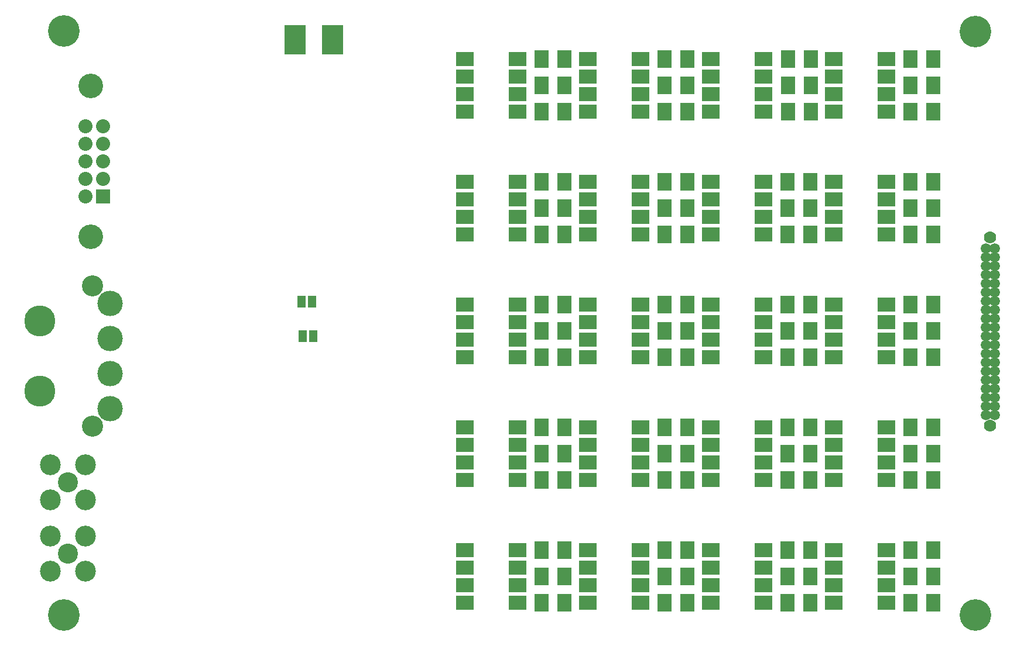
<source format=gbs>
G04 (created by PCBNEW (2013-07-07 BZR 4022)-stable) date 28/01/2014 3:52:00 PM*
%MOIN*%
G04 Gerber Fmt 3.4, Leading zero omitted, Abs format*
%FSLAX34Y34*%
G01*
G70*
G90*
G04 APERTURE LIST*
%ADD10C,0.00590551*%
%ADD11C,0.18*%
%ADD12R,0.08X0.1*%
%ADD13R,0.045X0.065*%
%ADD14R,0.1X0.08*%
%ADD15R,0.1204X0.1676*%
%ADD16C,0.14*%
%ADD17R,0.08X0.08*%
%ADD18C,0.08*%
%ADD19C,0.07*%
%ADD20C,0.0594*%
%ADD21C,0.12*%
%ADD22C,0.1771*%
%ADD23C,0.145*%
%ADD24C,0.114488*%
%ADD25C,0.118425*%
G04 APERTURE END LIST*
G54D10*
G54D11*
X61750Y-8800D03*
X61750Y-42050D03*
X9850Y-42050D03*
G54D12*
X45350Y-39850D03*
X44050Y-39850D03*
X58050Y-10350D03*
X59350Y-10350D03*
X59350Y-11850D03*
X58050Y-11850D03*
X38350Y-13350D03*
X37050Y-13350D03*
X52350Y-20350D03*
X51050Y-20350D03*
X37050Y-17350D03*
X38350Y-17350D03*
X44050Y-17350D03*
X45350Y-17350D03*
X59350Y-20350D03*
X58050Y-20350D03*
X37050Y-24350D03*
X38350Y-24350D03*
X51050Y-24350D03*
X52350Y-24350D03*
X44050Y-24350D03*
X45350Y-24350D03*
X38350Y-25850D03*
X37050Y-25850D03*
X37050Y-10350D03*
X38350Y-10350D03*
X51100Y-10350D03*
X52400Y-10350D03*
X44050Y-10350D03*
X45350Y-10350D03*
X38350Y-11850D03*
X37050Y-11850D03*
X59350Y-18850D03*
X58050Y-18850D03*
X52400Y-13350D03*
X51100Y-13350D03*
X45350Y-13350D03*
X44050Y-13350D03*
X58050Y-17350D03*
X59350Y-17350D03*
X59350Y-13350D03*
X58050Y-13350D03*
X58050Y-38350D03*
X59350Y-38350D03*
X59350Y-39850D03*
X58050Y-39850D03*
X44050Y-38350D03*
X45350Y-38350D03*
X38350Y-41350D03*
X37050Y-41350D03*
X59350Y-41350D03*
X58050Y-41350D03*
X45350Y-41350D03*
X44050Y-41350D03*
X38350Y-39850D03*
X37050Y-39850D03*
X37050Y-38350D03*
X38350Y-38350D03*
X59350Y-34350D03*
X58050Y-34350D03*
X37050Y-31350D03*
X38350Y-31350D03*
X59350Y-32850D03*
X58050Y-32850D03*
X44050Y-31350D03*
X45350Y-31350D03*
X45350Y-34350D03*
X44050Y-34350D03*
X52350Y-34350D03*
X51050Y-34350D03*
X38350Y-34350D03*
X37050Y-34350D03*
X52350Y-41350D03*
X51050Y-41350D03*
X52350Y-27350D03*
X51050Y-27350D03*
X45350Y-27350D03*
X44050Y-27350D03*
X59350Y-27350D03*
X58050Y-27350D03*
X45350Y-20350D03*
X44050Y-20350D03*
X51050Y-17350D03*
X52350Y-17350D03*
X38350Y-18850D03*
X37050Y-18850D03*
X38350Y-20350D03*
X37050Y-20350D03*
X59350Y-25850D03*
X58050Y-25850D03*
X58050Y-24350D03*
X59350Y-24350D03*
X38350Y-27350D03*
X37050Y-27350D03*
X51050Y-31350D03*
X52350Y-31350D03*
X58050Y-31350D03*
X59350Y-31350D03*
X38350Y-32850D03*
X37050Y-32850D03*
X51050Y-38350D03*
X52350Y-38350D03*
X45350Y-25850D03*
X44050Y-25850D03*
X52350Y-25850D03*
X51050Y-25850D03*
X52350Y-18850D03*
X51050Y-18850D03*
X45350Y-18850D03*
X44050Y-18850D03*
X45350Y-11850D03*
X44050Y-11850D03*
X52400Y-11850D03*
X51100Y-11850D03*
X52350Y-39850D03*
X51050Y-39850D03*
X45350Y-32850D03*
X44050Y-32850D03*
X52350Y-32850D03*
X51050Y-32850D03*
G54D13*
X24055Y-26155D03*
X23455Y-26155D03*
X23405Y-24205D03*
X24005Y-24205D03*
G54D14*
X42700Y-24350D03*
X42700Y-25350D03*
X42700Y-26350D03*
X42700Y-27350D03*
X39700Y-27350D03*
X39700Y-26350D03*
X39700Y-25350D03*
X39700Y-24350D03*
X49700Y-10350D03*
X49700Y-11350D03*
X49700Y-12350D03*
X49700Y-13350D03*
X46700Y-13350D03*
X46700Y-12350D03*
X46700Y-11350D03*
X46700Y-10350D03*
X35700Y-38350D03*
X35700Y-39350D03*
X35700Y-40350D03*
X35700Y-41350D03*
X32700Y-41350D03*
X32700Y-40350D03*
X32700Y-39350D03*
X32700Y-38350D03*
X49700Y-24350D03*
X49700Y-25350D03*
X49700Y-26350D03*
X49700Y-27350D03*
X46700Y-27350D03*
X46700Y-26350D03*
X46700Y-25350D03*
X46700Y-24350D03*
X49700Y-38350D03*
X49700Y-39350D03*
X49700Y-40350D03*
X49700Y-41350D03*
X46700Y-41350D03*
X46700Y-40350D03*
X46700Y-39350D03*
X46700Y-38350D03*
X42700Y-17350D03*
X42700Y-18350D03*
X42700Y-19350D03*
X42700Y-20350D03*
X39700Y-20350D03*
X39700Y-19350D03*
X39700Y-18350D03*
X39700Y-17350D03*
X49700Y-17350D03*
X49700Y-18350D03*
X49700Y-19350D03*
X49700Y-20350D03*
X46700Y-20350D03*
X46700Y-19350D03*
X46700Y-18350D03*
X46700Y-17350D03*
X42700Y-10350D03*
X42700Y-11350D03*
X42700Y-12350D03*
X42700Y-13350D03*
X39700Y-13350D03*
X39700Y-12350D03*
X39700Y-11350D03*
X39700Y-10350D03*
X35700Y-10350D03*
X35700Y-11350D03*
X35700Y-12350D03*
X35700Y-13350D03*
X32700Y-13350D03*
X32700Y-12350D03*
X32700Y-11350D03*
X32700Y-10350D03*
X56700Y-38350D03*
X56700Y-39350D03*
X56700Y-40350D03*
X56700Y-41350D03*
X53700Y-41350D03*
X53700Y-40350D03*
X53700Y-39350D03*
X53700Y-38350D03*
X35700Y-17350D03*
X35700Y-18350D03*
X35700Y-19350D03*
X35700Y-20350D03*
X32700Y-20350D03*
X32700Y-19350D03*
X32700Y-18350D03*
X32700Y-17350D03*
X56700Y-10350D03*
X56700Y-11350D03*
X56700Y-12350D03*
X56700Y-13350D03*
X53700Y-13350D03*
X53700Y-12350D03*
X53700Y-11350D03*
X53700Y-10350D03*
X56700Y-31350D03*
X56700Y-32350D03*
X56700Y-33350D03*
X56700Y-34350D03*
X53700Y-34350D03*
X53700Y-33350D03*
X53700Y-32350D03*
X53700Y-31350D03*
X35700Y-24350D03*
X35700Y-25350D03*
X35700Y-26350D03*
X35700Y-27350D03*
X32700Y-27350D03*
X32700Y-26350D03*
X32700Y-25350D03*
X32700Y-24350D03*
X42700Y-31350D03*
X42700Y-32350D03*
X42700Y-33350D03*
X42700Y-34350D03*
X39700Y-34350D03*
X39700Y-33350D03*
X39700Y-32350D03*
X39700Y-31350D03*
X56700Y-24350D03*
X56700Y-25350D03*
X56700Y-26350D03*
X56700Y-27350D03*
X53700Y-27350D03*
X53700Y-26350D03*
X53700Y-25350D03*
X53700Y-24350D03*
X42700Y-38350D03*
X42700Y-39350D03*
X42700Y-40350D03*
X42700Y-41350D03*
X39700Y-41350D03*
X39700Y-40350D03*
X39700Y-39350D03*
X39700Y-38350D03*
X35700Y-31350D03*
X35700Y-32350D03*
X35700Y-33350D03*
X35700Y-34350D03*
X32700Y-34350D03*
X32700Y-33350D03*
X32700Y-32350D03*
X32700Y-31350D03*
X56700Y-17350D03*
X56700Y-18350D03*
X56700Y-19350D03*
X56700Y-20350D03*
X53700Y-20350D03*
X53700Y-19350D03*
X53700Y-18350D03*
X53700Y-17350D03*
X49700Y-31350D03*
X49700Y-32350D03*
X49700Y-33350D03*
X49700Y-34350D03*
X46700Y-34350D03*
X46700Y-33350D03*
X46700Y-32350D03*
X46700Y-31350D03*
G54D15*
X23042Y-9255D03*
X25168Y-9255D03*
G54D16*
X11400Y-11900D03*
X11400Y-20500D03*
G54D17*
X12100Y-18200D03*
G54D18*
X11100Y-18200D03*
X12100Y-17200D03*
X11100Y-17200D03*
X12100Y-16200D03*
X11100Y-16200D03*
X12100Y-15200D03*
X11100Y-15200D03*
X12100Y-14200D03*
X11100Y-14200D03*
G54D19*
X62600Y-20525D03*
X62600Y-31275D03*
G54D20*
X62350Y-21650D03*
X62350Y-21150D03*
X62850Y-21150D03*
X62850Y-21650D03*
X62850Y-23150D03*
X62850Y-23650D03*
X62850Y-22650D03*
X62850Y-22150D03*
X62350Y-22150D03*
X62350Y-22650D03*
X62350Y-23650D03*
X62350Y-23150D03*
X62850Y-28650D03*
X62850Y-29150D03*
X62850Y-30150D03*
X62850Y-29650D03*
X62350Y-29650D03*
X62350Y-30150D03*
X62350Y-29150D03*
X62350Y-28650D03*
X62350Y-30650D03*
X62850Y-30650D03*
X62850Y-28150D03*
X62350Y-28150D03*
X62350Y-25150D03*
X62350Y-25650D03*
X62350Y-24650D03*
X62350Y-24150D03*
X62350Y-26150D03*
X62350Y-26650D03*
X62350Y-27650D03*
X62350Y-27150D03*
X62850Y-27150D03*
X62850Y-27650D03*
X62850Y-26650D03*
X62850Y-26150D03*
X62850Y-24150D03*
X62850Y-24650D03*
X62850Y-25650D03*
X62850Y-25150D03*
G54D21*
X11500Y-23300D03*
X11500Y-31300D03*
G54D22*
X8500Y-25300D03*
G54D23*
X12500Y-28300D03*
X12500Y-26300D03*
X12500Y-30300D03*
X12500Y-24300D03*
G54D22*
X8500Y-29300D03*
G54D24*
X10100Y-34500D03*
G54D25*
X9100Y-35500D03*
X9100Y-33500D03*
X11100Y-33500D03*
X11100Y-35500D03*
G54D24*
X10100Y-38550D03*
G54D25*
X9100Y-39550D03*
X9100Y-37550D03*
X11100Y-37550D03*
X11100Y-39550D03*
G54D11*
X9850Y-8750D03*
M02*

</source>
